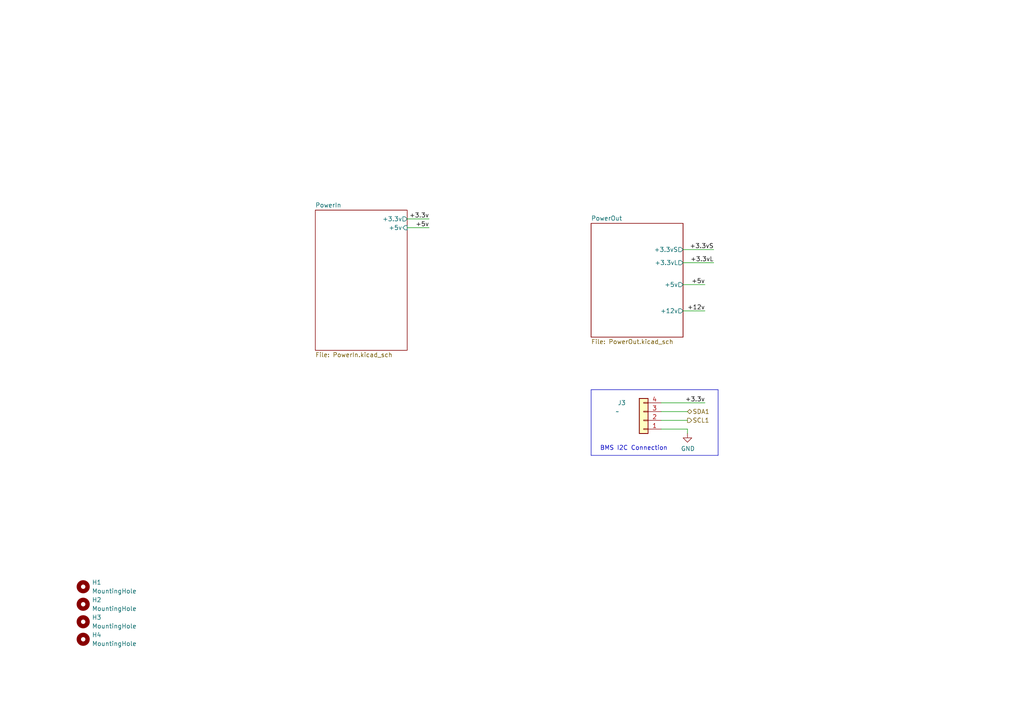
<source format=kicad_sch>
(kicad_sch (version 20211123) (generator eeschema)
  (paper "A4")
  (lib_symbols
    (symbol "Connector_Generic:Conn_01x04" (pin_names (offset 1.016) hide)
      (property "Reference" "J" (at 0 5.08 0))
      (property "Value" "Conn_01x04" (at 0 -7.62 0))
      (symbol "Conn_01x04_1_1"
        (rectangle (start -1.27 -4.953) (end 0 -5.207) (stroke (width 0.1524)))
        (rectangle (start -1.27 -2.413) (end 0 -2.667) (stroke (width 0.1524)))
        (rectangle (start -1.27 0.127) (end 0 -0.127) (stroke (width 0.1524)))
        (rectangle (start -1.27 2.667) (end 0 2.413) (stroke (width 0.1524)))
        (rectangle (start -1.27 3.81) (end 1.27 -6.35) (stroke (width 0.254)) (fill (type background)))
        (pin passive line (at -5.08 2.54 0) (length 3.81) (name "Pin_1") (number "1"))
        (pin passive line (at -5.08 0 0) (length 3.81) (name "Pin_2") (number "2"))
        (pin passive line (at -5.08 -2.54 0) (length 3.81) (name "Pin_3") (number "3"))
        (pin passive line (at -5.08 -5.08 0) (length 3.81) (name "Pin_4") (number "4"))
      )
    )
    (symbol "Mechanical:MountingHole" (pin_names (offset 1.016))
      (property "Reference" "H" (at 0 5.08 0))
      (property "Value" "MountingHole" (at 0 3.175 0))
      (symbol "MountingHole_0_1"
        (circle (center 0 0) (radius 1.27) (stroke (width 1.27)))
      )
    )
    (symbol "power:GND" (power) (pin_names (offset 0))
      (property "Value" "GND" (at 0 -3.81 0))
      (symbol "GND_0_1"
        (polyline (pts (xy 0 0) (xy 0 -1.27) (xy 1.27 -1.27) (xy 0 -2.54) (xy -1.27 -1.27) (xy 0 -1.27)))
      )
      (symbol "GND_1_1"
        (pin power_in line (at 0 0 270) (length 0) hide (name "GND") (number "1"))
      )
    )
  )
  (wire (pts (xy 198.12 90.17) (xy 204.47 90.17)))
  (wire (pts (xy 191.77 119.38) (xy 199.39 119.38)))
  (wire (pts (xy 191.77 116.84) (xy 204.47 116.84)))
  (wire (pts (xy 199.39 125.73) (xy 199.39 124.46)))
  (polyline (pts (xy 208.28 132.08) (xy 171.45 132.08)) (stroke (width 0) (type solid)))
  (polyline (pts (xy 208.28 113.03) (xy 208.28 132.08)) (stroke (width 0) (type solid)))
  (wire (pts (xy 118.11 66.04) (xy 124.46 66.04)))
  (wire (pts (xy 198.12 82.55) (xy 204.47 82.55)))
  (wire (pts (xy 118.11 63.5) (xy 124.46 63.5)))
  (polyline (pts (xy 171.45 113.03) (xy 208.28 113.03)) (stroke (width 0) (type solid)))
  (wire (pts (xy 198.12 72.39) (xy 207.01 72.39)))
  (wire (pts (xy 191.77 124.46) (xy 199.39 124.46)))
  (wire (pts (xy 191.77 121.92) (xy 199.39 121.92)))
  (polyline (pts (xy 171.45 113.03) (xy 171.45 132.08)) (stroke (width 0) (type solid)))
  (wire (pts (xy 198.12 76.2) (xy 207.01 76.2)))
  (text "BMS I2C Connection" (at 173.99 130.81 0) (effects (font (size 1.27 1.27)) (justify left bottom)))
  (label "+12v" (at 204.47 90.17 180))
  (label "+5v" (at 124.46 66.04 180))
  (label "+3.3vS" (at 207.01 72.39 180))
  (label "+3.3v" (at 204.47 116.84 180))
  (label "+5v" (at 204.47 82.55 180))
  (label "+3.3vL" (at 207.01 76.2 180))
  (label "+3.3v" (at 124.46 63.5 180))
  (hierarchical_label "SDA1" (shape bidirectional) (at 199.39 119.38 0))
  (hierarchical_label "SCL1" (shape output) (at 199.39 121.92 0))
  (symbol (lib_id "power:GND") (at 199.39 125.73 0) (unit 1)
    (property "Reference" "#PWR0101" (effects hide))
    (property "Value" "~" (at 199.517 130.1242 0))
  )
  (symbol (lib_id "Connector_Generic:Conn_01x04") (at 186.69 121.92 180) (unit 1)
    (property "Reference" "J3" (at 180.34 116.84 0))
    (property "Value" "~" (at 179.07 119.38 0))
    (property "Footprint" "Connector_PinSocket_2.54mm:PinSocket_1x04_P2.54mm_Vertical" (effects hide))
  )
  (symbol (lib_id "Mechanical:MountingHole") (at 24.13 180.34 0) (unit 1)
    (property "Reference" "H3" (at 26.67 179.0699 0) (effects (justify left)))
    (property "Value" "MountingHole" (at 26.67 181.6099 0) (effects (justify left)))
    (property "Footprint" "MountingHole:MountingHole_3mm_Pad_Via" (effects hide))
  )
  (symbol (lib_id "Mechanical:MountingHole") (at 24.13 185.42 0) (unit 1)
    (property "Reference" "H4" (at 26.67 184.1499 0) (effects (justify left)))
    (property "Value" "MountingHole" (at 26.67 186.6899 0) (effects (justify left)))
    (property "Footprint" "MountingHole:MountingHole_3mm_Pad_Via" (effects hide))
  )
  (symbol (lib_id "Mechanical:MountingHole") (at 24.13 170.18 0) (unit 1)
    (property "Reference" "H1" (at 26.67 168.9099 0) (effects (justify left)))
    (property "Value" "MountingHole" (at 26.67 171.4499 0) (effects (justify left)))
    (property "Footprint" "MountingHole:MountingHole_3mm_Pad_Via" (effects hide))
  )
  (symbol (lib_id "Mechanical:MountingHole") (at 24.13 175.26 0) (unit 1)
    (property "Reference" "H2" (at 26.67 173.9899 0) (effects (justify left)))
    (property "Value" "MountingHole" (at 26.67 176.5299 0) (effects (justify left)))
    (property "Footprint" "MountingHole:MountingHole_3mm_Pad_Via" (effects hide))
  )
  (sheet (at 171.45 64.77) (size 26.67 33.02) (stroke (width 0.1524))
    (property "Sheet name" "PowerOut" (at 171.45 64.0584 0) (effects (justify left bottom)))
    (property "Sheet file" "PowerOut.kicad_sch" (at 171.45 98.3746 0) (effects (justify left top)))
    (pin "+3.3vL" output (at 198.12 76.2 0))
    (pin "+5v" output (at 198.12 82.55 0))
    (pin "+3.3vS" output (at 198.12 72.39 0))
    (pin "+12v" output (at 198.12 90.17 0))
  )
  (sheet (at 91.44 60.96) (size 26.67 40.64) (stroke (width 0.1524))
    (property "Sheet name" "PowerIn" (at 91.44 60.2484 0) (effects (justify left bottom)))
    (property "Sheet file" "PowerIn.kicad_sch" (at 91.44 102.1846 0) (effects (justify left top)))
    (pin "+3.3v" output (at 118.11 63.5 0))
    (pin "+5v" input (at 118.11 66.04 0))
  )
)
</source>
